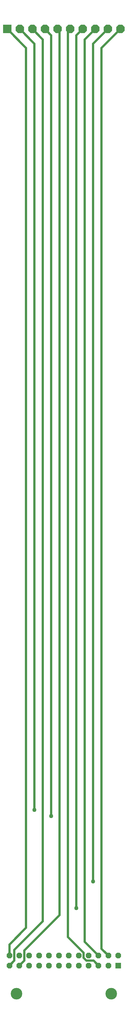
<source format=gtl>
G04 Layer_Physical_Order=1*
G04 Layer_Color=255*
%FSLAX25Y25*%
%MOIN*%
G70*
G01*
G75*
%ADD10C,0.02500*%
%ADD11C,0.13780*%
%ADD12P,0.07458X8X202.5*%
%ADD13R,0.06890X0.06890*%
%ADD14R,0.10000X0.10000*%
%ADD15P,0.10824X8X22.5*%
%ADD16C,0.05000*%
D10*
X-22500Y1170000D02*
X-15000Y1162500D01*
Y235000D02*
Y1162500D01*
X-45000Y102500D02*
Y1147500D01*
X-64961Y82539D02*
X-45000Y102500D01*
X-64961Y69311D02*
Y82539D01*
X-25000Y110000D02*
Y1157500D01*
X-59000Y76000D02*
X-25000Y110000D01*
X-59000Y63461D02*
Y76000D01*
X-5000Y117461D02*
Y1167500D01*
X-47200Y75261D02*
X-5000Y117461D01*
X-47200Y63450D02*
Y75261D01*
X35020Y157480D02*
Y1152500D01*
X35000Y1152500D02*
X35020Y1152480D01*
X35000Y1152500D02*
X52500Y1170000D01*
X26800Y63400D02*
X35439D01*
X41339Y57500D01*
X23600Y66600D02*
X26800Y63400D01*
X23600Y66600D02*
Y72800D01*
X5000Y91400D02*
X23600Y72800D01*
X45000Y77461D02*
X53150Y69311D01*
X45000Y77461D02*
Y1147500D01*
X25000Y85650D02*
X41339Y69311D01*
X25000Y85650D02*
Y1157500D01*
X-53150Y57500D02*
X-47200Y63450D01*
X-64961Y57500D02*
X-59000Y63461D01*
X-67500Y1170000D02*
X-45000Y1147500D01*
X-52500Y1170000D02*
X-35000Y1152500D01*
Y242500D02*
Y1152500D01*
X-37500Y1170000D02*
X-25000Y1157500D01*
X45000Y1147500D02*
X67500Y1170000D01*
X25000Y1157500D02*
X37500Y1170000D01*
X15000Y1162500D02*
X22500Y1170000D01*
X15000Y125650D02*
Y1162500D01*
X5000Y1167500D02*
X7500Y1170000D01*
X5000Y91400D02*
Y1167500D01*
X-7500Y1170000D02*
X-5000Y1167500D01*
D11*
X-56457Y23917D02*
D03*
X56457D02*
D03*
D12*
X-64961Y69311D02*
D03*
X-53150D02*
D03*
X-41339D02*
D03*
X-29528D02*
D03*
X-17717D02*
D03*
X-5906D02*
D03*
X5906D02*
D03*
X17717D02*
D03*
X29528D02*
D03*
X41339D02*
D03*
X53150D02*
D03*
X64961D02*
D03*
X-64961Y57500D02*
D03*
X-53150D02*
D03*
X-41339D02*
D03*
X-29528D02*
D03*
X-17717D02*
D03*
X-5906D02*
D03*
X5906D02*
D03*
X17717D02*
D03*
X29528D02*
D03*
X41339D02*
D03*
X53150D02*
D03*
D13*
X64961D02*
D03*
D14*
X-67500Y1170000D02*
D03*
D15*
X-52500D02*
D03*
X-37500D02*
D03*
X-22500D02*
D03*
X-7500D02*
D03*
X7500D02*
D03*
X22500D02*
D03*
X37500D02*
D03*
X52500D02*
D03*
X67500D02*
D03*
D16*
X15000Y125650D02*
D03*
X35020Y157480D02*
D03*
X-15000Y235000D02*
D03*
X-35000Y242500D02*
D03*
M02*

</source>
